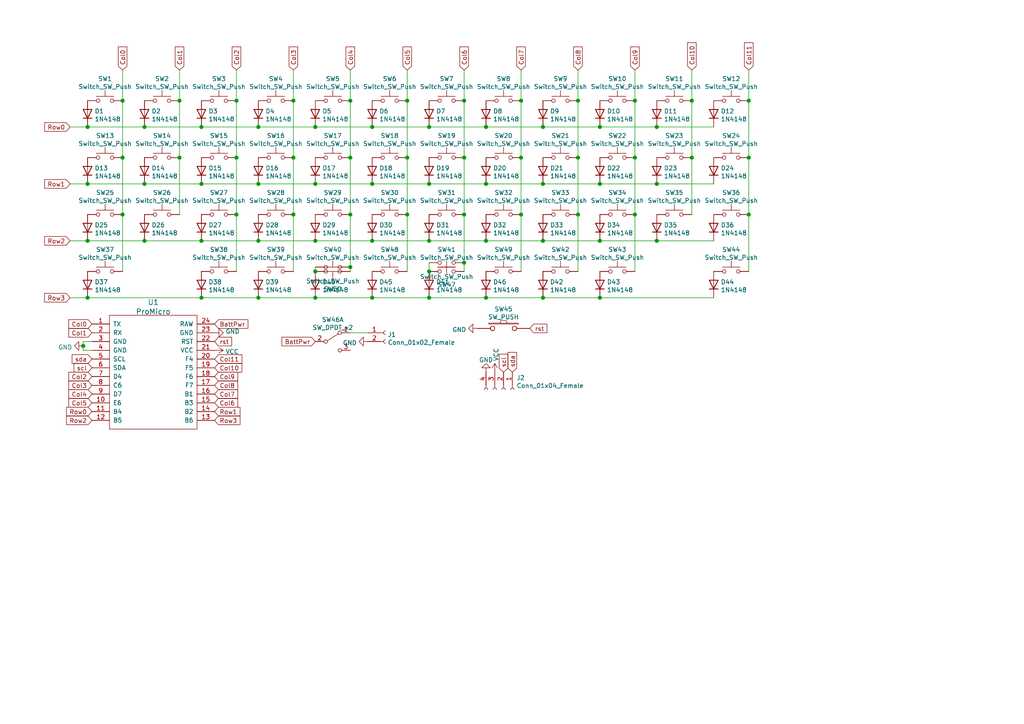
<source format=kicad_sch>
(kicad_sch (version 20231120) (generator "eeschema") (generator_version "8.0")
  (paper "A4")
  (junction (at 167.64 62.23) (diameter 1.016))
  (junction (at 85.09 29.21) (diameter 1.016))
  (junction (at 25.4 53.34) (diameter 1.016))
  (junction (at 134.62 45.72) (diameter 1.016))
  (junction (at 25.4 69.85) (diameter 1.016))
  (junction (at 85.09 62.23) (diameter 1.016))
  (junction (at 167.64 29.21) (diameter 1.016))
  (junction (at 217.17 45.72) (diameter 1.016))
  (junction (at 74.93 86.36) (diameter 1.016))
  (junction (at 124.46 86.36) (diameter 1.016))
  (junction (at 58.42 86.36) (diameter 1.016))
  (junction (at 74.93 36.83) (diameter 1.016))
  (junction (at 151.13 45.72) (diameter 1.016))
  (junction (at 124.46 36.83) (diameter 1.016))
  (junction (at 190.5 36.83) (diameter 1.016))
  (junction (at 173.99 53.34) (diameter 1.016))
  (junction (at 140.97 53.34) (diameter 1.016))
  (junction (at 173.99 86.36) (diameter 1.016))
  (junction (at 200.66 45.72) (diameter 1.016))
  (junction (at 134.62 62.23) (diameter 1.016))
  (junction (at 35.56 62.23) (diameter 1.016))
  (junction (at 85.09 45.72) (diameter 1.016))
  (junction (at 52.07 45.72) (diameter 1.016))
  (junction (at 200.66 29.21) (diameter 1.016))
  (junction (at 91.44 36.83) (diameter 1.016))
  (junction (at 151.13 29.21) (diameter 1.016))
  (junction (at 157.48 36.83) (diameter 1.016))
  (junction (at 41.91 53.34) (diameter 1.016))
  (junction (at 58.42 36.83) (diameter 1.016))
  (junction (at 124.46 69.85) (diameter 1.016))
  (junction (at 101.6 77.47) (diameter 1.016))
  (junction (at 91.44 53.34) (diameter 1.016))
  (junction (at 124.46 78.74) (diameter 1.016))
  (junction (at 91.44 86.36) (diameter 1.016))
  (junction (at 41.91 69.85) (diameter 1.016))
  (junction (at 91.44 78.74) (diameter 1.016))
  (junction (at 25.4 86.36) (diameter 1.016))
  (junction (at 217.17 62.23) (diameter 1.016))
  (junction (at 140.97 69.85) (diameter 1.016))
  (junction (at 157.48 86.36) (diameter 1.016))
  (junction (at 68.58 29.21) (diameter 1.016))
  (junction (at 140.97 36.83) (diameter 1.016))
  (junction (at 107.95 53.34) (diameter 1.016))
  (junction (at 173.99 36.83) (diameter 1.016))
  (junction (at 58.42 53.34) (diameter 1.016))
  (junction (at 101.6 62.23) (diameter 1.016))
  (junction (at 74.93 53.34) (diameter 1.016))
  (junction (at 68.58 62.23) (diameter 1.016))
  (junction (at 184.15 62.23) (diameter 1.016))
  (junction (at 217.17 29.21) (diameter 1.016))
  (junction (at 107.95 86.36) (diameter 1.016))
  (junction (at 134.62 76.2) (diameter 1.016))
  (junction (at 68.58 45.72) (diameter 1.016))
  (junction (at 107.95 69.85) (diameter 1.016))
  (junction (at 140.97 86.36) (diameter 1.016))
  (junction (at 184.15 29.21) (diameter 1.016))
  (junction (at 118.11 29.21) (diameter 1.016))
  (junction (at 118.11 62.23) (diameter 1.016))
  (junction (at 157.48 53.34) (diameter 1.016))
  (junction (at 107.95 36.83) (diameter 1.016))
  (junction (at 190.5 69.85) (diameter 1.016))
  (junction (at 101.6 45.72) (diameter 1.016))
  (junction (at 173.99 69.85) (diameter 1.016))
  (junction (at 134.62 29.21) (diameter 1.016))
  (junction (at 24.13 100.33) (diameter 1.016))
  (junction (at 35.56 29.21) (diameter 1.016))
  (junction (at 101.6 29.21) (diameter 1.016))
  (junction (at 74.93 69.85) (diameter 1.016))
  (junction (at 52.07 29.21) (diameter 1.016))
  (junction (at 167.64 45.72) (diameter 1.016))
  (junction (at 151.13 62.23) (diameter 1.016))
  (junction (at 184.15 45.72) (diameter 1.016))
  (junction (at 190.5 53.34) (diameter 1.016))
  (junction (at 58.42 69.85) (diameter 1.016))
  (junction (at 124.46 53.34) (diameter 1.016))
  (junction (at 118.11 45.72) (diameter 1.016))
  (junction (at 41.91 36.83) (diameter 1.016))
  (junction (at 91.44 69.85) (diameter 1.016))
  (junction (at 25.4 36.83) (diameter 1.016))
  (junction (at 157.48 69.85) (diameter 1.016))
  (junction (at 35.56 45.72) (diameter 1.016))
  (wire (pts (xy 91.44 77.47) (xy 91.44 78.74)))
  (wire (pts (xy 20.32 86.36) (xy 25.4 86.36)))
  (wire (pts (xy 25.4 86.36) (xy 58.42 86.36)))
  (wire (pts (xy 58.42 86.36) (xy 74.93 86.36)))
  (wire (pts (xy 74.93 86.36) (xy 91.44 86.36)))
  (wire (pts (xy 91.44 86.36) (xy 107.95 86.36)))
  (wire (pts (xy 107.95 86.36) (xy 124.46 86.36)))
  (wire (pts (xy 124.46 86.36) (xy 140.97 86.36)))
  (wire (pts (xy 140.97 86.36) (xy 157.48 86.36)))
  (wire (pts (xy 157.48 86.36) (xy 173.99 86.36)))
  (wire (pts (xy 173.99 86.36) (xy 207.01 86.36)))
  (wire (pts (xy 134.62 20.32) (xy 134.62 29.21)))
  (wire (pts (xy 134.62 29.21) (xy 134.62 45.72)))
  (wire (pts (xy 134.62 45.72) (xy 134.62 62.23)))
  (wire (pts (xy 134.62 62.23) (xy 134.62 76.2)))
  (wire (pts (xy 134.62 76.2) (xy 134.62 78.74)))
  (wire (pts (xy 151.13 62.23) (xy 151.13 78.74)))
  (wire (pts (xy 85.09 20.32) (xy 85.09 29.21)))
  (wire (pts (xy 85.09 29.21) (xy 85.09 45.72)))
  (wire (pts (xy 85.09 45.72) (xy 85.09 62.23)))
  (wire (pts (xy 85.09 62.23) (xy 85.09 78.74)))
  (wire (pts (xy 101.6 96.52) (xy 106.68 96.52)))
  (wire (pts (xy 101.6 20.32) (xy 101.6 29.21)))
  (wire (pts (xy 101.6 29.21) (xy 101.6 45.72)))
  (wire (pts (xy 101.6 45.72) (xy 101.6 62.23)))
  (wire (pts (xy 101.6 62.23) (xy 101.6 77.47)))
  (wire (pts (xy 101.6 77.47) (xy 101.6 78.74)))
  (wire (pts (xy 124.46 76.2) (xy 124.46 78.74)))
  (wire (pts (xy 151.13 20.32) (xy 151.13 29.21)))
  (wire (pts (xy 151.13 29.21) (xy 151.13 45.72)))
  (wire (pts (xy 151.13 45.72) (xy 151.13 62.23)))
  (wire (pts (xy 52.07 20.32) (xy 52.07 29.21)))
  (wire (pts (xy 52.07 29.21) (xy 52.07 45.72)))
  (wire (pts (xy 52.07 45.72) (xy 52.07 62.23)))
  (wire (pts (xy 20.32 36.83) (xy 25.4 36.83)))
  (wire (pts (xy 25.4 36.83) (xy 41.91 36.83)))
  (wire (pts (xy 41.91 36.83) (xy 58.42 36.83)))
  (wire (pts (xy 58.42 36.83) (xy 74.93 36.83)))
  (wire (pts (xy 74.93 36.83) (xy 91.44 36.83)))
  (wire (pts (xy 91.44 36.83) (xy 107.95 36.83)))
  (wire (pts (xy 107.95 36.83) (xy 124.46 36.83)))
  (wire (pts (xy 124.46 36.83) (xy 140.97 36.83)))
  (wire (pts (xy 140.97 36.83) (xy 157.48 36.83)))
  (wire (pts (xy 157.48 36.83) (xy 173.99 36.83)))
  (wire (pts (xy 173.99 36.83) (xy 190.5 36.83)))
  (wire (pts (xy 190.5 36.83) (xy 207.01 36.83)))
  (wire (pts (xy 167.64 20.32) (xy 167.64 29.21)))
  (wire (pts (xy 167.64 29.21) (xy 167.64 45.72)))
  (wire (pts (xy 167.64 45.72) (xy 167.64 62.23)))
  (wire (pts (xy 167.64 62.23) (xy 167.64 78.74)))
  (wire (pts (xy 200.66 20.32) (xy 200.66 29.21)))
  (wire (pts (xy 200.66 29.21) (xy 200.66 45.72)))
  (wire (pts (xy 200.66 45.72) (xy 200.66 62.23)))
  (wire (pts (xy 118.11 62.23) (xy 118.11 78.74)))
  (wire (pts (xy 20.32 69.85) (xy 25.4 69.85)))
  (wire (pts (xy 25.4 69.85) (xy 41.91 69.85)))
  (wire (pts (xy 41.91 69.85) (xy 58.42 69.85)))
  (wire (pts (xy 58.42 69.85) (xy 74.93 69.85)))
  (wire (pts (xy 74.93 69.85) (xy 91.44 69.85)))
  (wire (pts (xy 91.44 69.85) (xy 107.95 69.85)))
  (wire (pts (xy 107.95 69.85) (xy 124.46 69.85)))
  (wire (pts (xy 124.46 69.85) (xy 140.97 69.85)))
  (wire (pts (xy 140.97 69.85) (xy 157.48 69.85)))
  (wire (pts (xy 157.48 69.85) (xy 173.99 69.85)))
  (wire (pts (xy 173.99 69.85) (xy 190.5 69.85)))
  (wire (pts (xy 190.5 69.85) (xy 207.01 69.85)))
  (wire (pts (xy 68.58 20.32) (xy 68.58 29.21)))
  (wire (pts (xy 68.58 29.21) (xy 68.58 45.72)))
  (wire (pts (xy 68.58 45.72) (xy 68.58 62.23)))
  (wire (pts (xy 68.58 62.23) (xy 68.58 78.74)))
  (wire (pts (xy 118.11 20.32) (xy 118.11 29.21)))
  (wire (pts (xy 118.11 29.21) (xy 118.11 45.72)))
  (wire (pts (xy 118.11 45.72) (xy 118.11 62.23)))
  (wire (pts (xy 184.15 20.32) (xy 184.15 29.21)))
  (wire (pts (xy 184.15 29.21) (xy 184.15 45.72)))
  (wire (pts (xy 184.15 45.72) (xy 184.15 62.23)))
  (wire (pts (xy 184.15 62.23) (xy 184.15 78.74)))
  (wire (pts (xy 35.56 20.32) (xy 35.56 29.21)))
  (wire (pts (xy 35.56 29.21) (xy 35.56 45.72)))
  (wire (pts (xy 35.56 45.72) (xy 35.56 62.23)))
  (wire (pts (xy 35.56 62.23) (xy 35.56 78.74)))
  (wire (pts (xy 217.17 20.32) (xy 217.17 29.21)))
  (wire (pts (xy 217.17 29.21) (xy 217.17 45.72)))
  (wire (pts (xy 217.17 45.72) (xy 217.17 62.23)))
  (wire (pts (xy 217.17 62.23) (xy 217.17 78.74)))
  (wire (pts (xy 20.32 53.34) (xy 25.4 53.34)))
  (wire (pts (xy 25.4 53.34) (xy 41.91 53.34)))
  (wire (pts (xy 41.91 53.34) (xy 58.42 53.34)))
  (wire (pts (xy 58.42 53.34) (xy 74.93 53.34)))
  (wire (pts (xy 74.93 53.34) (xy 91.44 53.34)))
  (wire (pts (xy 91.44 53.34) (xy 107.95 53.34)))
  (wire (pts (xy 107.95 53.34) (xy 124.46 53.34)))
  (wire (pts (xy 124.46 53.34) (xy 140.97 53.34)))
  (wire (pts (xy 140.97 53.34) (xy 157.48 53.34)))
  (wire (pts (xy 157.48 53.34) (xy 173.99 53.34)))
  (wire (pts (xy 173.99 53.34) (xy 190.5 53.34)))
  (wire (pts (xy 190.5 53.34) (xy 207.01 53.34)))
  (wire (pts (xy 24.13 99.06) (xy 24.13 100.33)))
  (wire (pts (xy 24.13 100.33) (xy 24.13 101.6)))
  (wire (pts (xy 24.13 101.6) (xy 26.67 101.6)))
  (wire (pts (xy 26.67 99.06) (xy 24.13 99.06)))
  (global_label "Col7" (shape input) (at 62.23 114.3 0) (property "Intersheetrefs" "${INTERSHEET_REFS}" (effects (hide yes))))
  (global_label "Row3" (shape input) (at 20.32 86.36 180) (property "Intersheetrefs" "${INTERSHEET_REFS}" (effects (hide yes))))
  (global_label "Col8" (shape input) (at 167.64 20.32 90) (property "Intersheetrefs" "${INTERSHEET_REFS}" (effects (hide yes))))
  (global_label "Col9" (shape input) (at 62.23 109.22 0) (property "Intersheetrefs" "${INTERSHEET_REFS}" (effects (hide yes))))
  (global_label "Col11" (shape input) (at 62.23 104.14 0) (property "Intersheetrefs" "${INTERSHEET_REFS}" (effects (hide yes))))
  (global_label "Col4" (shape input) (at 26.67 114.3 180) (property "Intersheetrefs" "${INTERSHEET_REFS}" (effects (hide yes))))
  (global_label "Col1" (shape input) (at 26.67 96.52 180) (property "Intersheetrefs" "${INTERSHEET_REFS}" (effects (hide yes))))
  (global_label "Row2" (shape input) (at 20.32 69.85 180) (property "Intersheetrefs" "${INTERSHEET_REFS}" (effects (hide yes))))
  (global_label "Col2" (shape input) (at 26.67 109.22 180) (property "Intersheetrefs" "${INTERSHEET_REFS}" (effects (hide yes))))
  (global_label "Col0" (shape input) (at 26.67 93.98 180) (property "Intersheetrefs" "${INTERSHEET_REFS}" (effects (hide yes))))
  (global_label "Row1" (shape input) (at 62.23 119.38 0) (property "Intersheetrefs" "${INTERSHEET_REFS}" (effects (hide yes))))
  (global_label "Col4" (shape input) (at 101.6 20.32 90) (property "Intersheetrefs" "${INTERSHEET_REFS}" (effects (hide yes))))
  (global_label "Col3" (shape input) (at 26.67 111.76 180) (property "Intersheetrefs" "${INTERSHEET_REFS}" (effects (hide yes))))
  (global_label "rst" (shape input) (at 153.67 95.25 0) (property "Intersheetrefs" "${INTERSHEET_REFS}" (effects (hide yes))))
  (global_label "Row0" (shape input) (at 20.32 36.83 180) (property "Intersheetrefs" "${INTERSHEET_REFS}" (effects (hide yes))))
  (global_label "sda" (shape input) (at 26.67 104.14 180) (property "Intersheetrefs" "${INTERSHEET_REFS}" (effects (hide yes))))
  (global_label "Col0" (shape input) (at 35.56 20.32 90) (property "Intersheetrefs" "${INTERSHEET_REFS}" (effects (hide yes))))
  (global_label "Col5" (shape input) (at 118.11 20.32 90) (property "Intersheetrefs" "${INTERSHEET_REFS}" (effects (hide yes))))
  (global_label "Col5" (shape input) (at 26.67 116.84 180) (property "Intersheetrefs" "${INTERSHEET_REFS}" (effects (hide yes))))
  (global_label "Col11" (shape input) (at 217.17 20.32 90) (property "Intersheetrefs" "${INTERSHEET_REFS}" (effects (hide yes))))
  (global_label "Col10" (shape input) (at 200.66 20.32 90) (property "Intersheetrefs" "${INTERSHEET_REFS}" (effects (hide yes))))
  (global_label "sda" (shape input) (at 148.59 107.95 90) (property "Intersheetrefs" "${INTERSHEET_REFS}" (effects (hide yes))))
  (global_label "Row0" (shape input) (at 26.67 119.38 180) (property "Intersheetrefs" "${INTERSHEET_REFS}" (effects (hide yes))))
  (global_label "scl" (shape input) (at 26.67 106.68 180) (property "Intersheetrefs" "${INTERSHEET_REFS}" (effects (hide yes))))
  (global_label "Row1" (shape input) (at 20.32 53.34 180) (property "Intersheetrefs" "${INTERSHEET_REFS}" (effects (hide yes))))
  (global_label "Col8" (shape input) (at 62.23 111.76 0) (property "Intersheetrefs" "${INTERSHEET_REFS}" (effects (hide yes))))
  (global_label "BattPwr" (shape input) (at 91.44 99.06 180) (property "Intersheetrefs" "${INTERSHEET_REFS}" (effects (hide yes))))
  (global_label "Col10" (shape input) (at 62.23 106.68 0) (property "Intersheetrefs" "${INTERSHEET_REFS}" (effects (hide yes))))
  (global_label "Row2" (shape input) (at 26.67 121.92 180) (property "Intersheetrefs" "${INTERSHEET_REFS}" (effects (hide yes))))
  (global_label "Col6" (shape input) (at 62.23 116.84 0) (property "Intersheetrefs" "${INTERSHEET_REFS}" (effects (hide yes))))
  (global_label "Col7" (shape input) (at 151.13 20.32 90) (property "Intersheetrefs" "${INTERSHEET_REFS}" (effects (hide yes))))
  (global_label "scl" (shape input) (at 146.05 107.95 90) (property "Intersheetrefs" "${INTERSHEET_REFS}" (effects (hide yes))))
  (global_label "rst" (shape input) (at 62.23 99.06 0) (property "Intersheetrefs" "${INTERSHEET_REFS}" (effects (hide yes))))
  (global_label "BattPwr" (shape input) (at 62.23 93.98 0) (property "Intersheetrefs" "${INTERSHEET_REFS}" (effects (hide yes))))
  (global_label "Col3" (shape input) (at 85.09 20.32 90) (property "Intersheetrefs" "${INTERSHEET_REFS}" (effects (hide yes))))
  (global_label "Row3" (shape input) (at 62.23 121.92 0) (property "Intersheetrefs" "${INTERSHEET_REFS}" (effects (hide yes))))
  (global_label "Col6" (shape input) (at 134.62 20.32 90) (property "Intersheetrefs" "${INTERSHEET_REFS}" (effects (hide yes))))
  (global_label "Col1" (shape input) (at 52.07 20.32 90) (property "Intersheetrefs" "${INTERSHEET_REFS}" (effects (hide yes))))
  (global_label "Col9" (shape input) (at 184.15 20.32 90) (property "Intersheetrefs" "${INTERSHEET_REFS}" (effects (hide yes))))
  (global_label "Col2" (shape input) (at 68.58 20.32 90) (property "Intersheetrefs" "${INTERSHEET_REFS}" (effects (hide yes))))
  (symbol (lib_id "Diode:1N4148") (at 207.01 82.55 90) (unit 1)
    (property "Reference" "D44" (at 209.0421 81.7891 90) (effects (justify right)))
    (property "Value" "1N4148" (at 209.0421 84.0878 90) (effects (justify right)))
    (property "Footprint" "MakerJake_Kicad_Lib:D_DO-35_SOD27 with out the damn K or maybe the number thing" (effects (hide yes)))
    (property "Datasheet" "https://assets.nexperia.com/documents/data-sheet/1N4148_1N4448.pdf" (effects (hide yes)))
  )
  (symbol (lib_id "Diode:1N4148") (at 41.91 49.53 90) (unit 1)
    (property "Reference" "D14" (at 43.9421 48.7691 90) (effects (justify right)))
    (property "Value" "1N4148" (at 43.9421 51.0678 90) (effects (justify right)))
    (property "Footprint" "MakerJake_Kicad_Lib:D_DO-35_SOD27 with out the damn K or maybe the number thing" (effects (hide yes)))
    (property "Datasheet" "https://assets.nexperia.com/documents/data-sheet/1N4148_1N4448.pdf" (effects (hide yes)))
  )
  (symbol (lib_id "Diode:1N4148") (at 58.42 66.04 90) (unit 1)
    (property "Reference" "D27" (at 60.4521 65.2791 90) (effects (justify right)))
    (property "Value" "1N4148" (at 60.4521 67.5778 90) (effects (justify right)))
    (property "Footprint" "MakerJake_Kicad_Lib:D_DO-35_SOD27 with out the damn K or maybe the number thing" (effects (hide yes)))
    (property "Datasheet" "https://assets.nexperia.com/documents/data-sheet/1N4148_1N4448.pdf" (effects (hide yes)))
  )
  (symbol (lib_id "keypadplz-cache:Switch_SW_Push") (at 96.52 29.21 0) (unit 1)
    (property "Reference" "SW5" (at 96.52 22.8558 0))
    (property "Value" "Switch_SW_Push" (at 96.52 25.1545 0))
    (property "Footprint" "MakerJake_Kicad_Lib:Kailh_socket_PG1350_no_corner_box_user drawing" (effects (hide yes)))
  )
  (symbol (lib_id "Diode:1N4148") (at 207.01 33.02 90) (unit 1)
    (property "Reference" "D12" (at 209.0421 32.2591 90) (effects (justify right)))
    (property "Value" "1N4148" (at 209.0421 34.5578 90) (effects (justify right)))
    (property "Footprint" "MakerJake_Kicad_Lib:D_DO-35_SOD27 with out the damn K or maybe the number thing" (effects (hide yes)))
    (property "Datasheet" "https://assets.nexperia.com/documents/data-sheet/1N4148_1N4448.pdf" (effects (hide yes)))
  )
  (symbol (lib_id "keypadplz-cache:Switch_SW_Push") (at 80.01 62.23 0) (unit 1)
    (property "Reference" "SW28" (at 80.01 55.8758 0))
    (property "Value" "Switch_SW_Push" (at 80.01 58.1745 0))
    (property "Footprint" "MakerJake_Kicad_Lib:Kailh_socket_PG1350_no_corner_box_user drawing" (effects (hide yes)))
  )
  (symbol (lib_id "Diode:1N4148") (at 58.42 33.02 90) (unit 1)
    (property "Reference" "D3" (at 60.4521 32.2591 90) (effects (justify right)))
    (property "Value" "1N4148" (at 60.4521 34.5578 90) (effects (justify right)))
    (property "Footprint" "MakerJake_Kicad_Lib:D_DO-35_SOD27 with out the damn K or maybe the number thing" (effects (hide yes)))
    (property "Datasheet" "https://assets.nexperia.com/documents/data-sheet/1N4148_1N4448.pdf" (effects (hide yes)))
  )
  (symbol (lib_id "Connector:Conn_01x02_Female") (at 111.76 96.52 0) (unit 1)
    (property "Reference" "J1" (at 112.4713 97.0291 0) (effects (justify left)))
    (property "Value" "Conn_01x02_Female" (at 112.4713 99.3278 0) (effects (justify left)))
    (property "Footprint" "MakerJake_Kicad_Lib:JST_PH_S2B-PH-SM4-TB_1x02-1MP_P2.00mm_Horizontal_BothSides" (effects (hide yes)))
  )
  (symbol (lib_id "Diode:1N4148") (at 91.44 66.04 90) (unit 1)
    (property "Reference" "D29" (at 93.4721 65.2791 90) (effects (justify right)))
    (property "Value" "1N4148" (at 93.4721 67.5778 90) (effects (justify right)))
    (property "Footprint" "MakerJake_Kicad_Lib:D_DO-35_SOD27 with out the damn K or maybe the number thing" (effects (hide yes)))
    (property "Datasheet" "https://assets.nexperia.com/documents/data-sheet/1N4148_1N4448.pdf" (effects (hide yes)))
  )
  (symbol (lib_id "Diode:1N4148") (at 74.93 33.02 90) (unit 1)
    (property "Reference" "D4" (at 76.9621 32.2591 90) (effects (justify right)))
    (property "Value" "1N4148" (at 76.9621 34.5578 90) (effects (justify right)))
    (property "Footprint" "MakerJake_Kicad_Lib:D_DO-35_SOD27 with out the damn K or maybe the number thing" (effects (hide yes)))
    (property "Datasheet" "https://assets.nexperia.com/documents/data-sheet/1N4148_1N4448.pdf" (effects (hide yes)))
  )
  (symbol (lib_id "Diode:1N4148") (at 157.48 33.02 90) (unit 1)
    (property "Reference" "D9" (at 159.5121 32.2591 90) (effects (justify right)))
    (property "Value" "1N4148" (at 159.5121 34.5578 90) (effects (justify right)))
    (property "Footprint" "MakerJake_Kicad_Lib:D_DO-35_SOD27 with out the damn K or maybe the number thing" (effects (hide yes)))
    (property "Datasheet" "https://assets.nexperia.com/documents/data-sheet/1N4148_1N4448.pdf" (effects (hide yes)))
  )
  (symbol (lib_id "keypadplz-cache:Switch_SW_Push") (at 129.54 45.72 0) (unit 1)
    (property "Reference" "SW19" (at 129.54 39.3658 0))
    (property "Value" "Switch_SW_Push" (at 129.54 41.6645 0))
    (property "Footprint" "MakerJake_Kicad_Lib:Kailh_socket_PG1350_no_corner_box_user drawing" (effects (hide yes)))
  )
  (symbol (lib_id "Connector:Conn_01x04_Female") (at 146.05 113.03 270) (unit 1)
    (property "Reference" "J2" (at 149.8093 109.5767 90) (effects (justify left)))
    (property "Value" "Conn_01x04_Female" (at 149.8093 111.8754 90) (effects (justify left)))
    (property "Footprint" "Connector_PinHeader_2.54mm:PinHeader_1x04_P2.54mm_Vertical" (effects (hide yes)))
  )
  (symbol (lib_id "keypadplz-cache:Switch_SW_Push") (at 113.03 78.74 0) (unit 1)
    (property "Reference" "SW48" (at 113.03 72.3858 0))
    (property "Value" "Switch_SW_Push" (at 113.03 74.6845 0))
    (property "Footprint" "MakerJake_Kicad_Lib:Kailh_socket_PG1350_no_corner_box_user drawing" (effects (hide yes)))
  )
  (symbol (lib_id "Diode:1N4148") (at 107.95 49.53 90) (unit 1)
    (property "Reference" "D18" (at 109.9821 48.7691 90) (effects (justify right)))
    (property "Value" "1N4148" (at 109.9821 51.0678 90) (effects (justify right)))
    (property "Footprint" "MakerJake_Kicad_Lib:D_DO-35_SOD27 with out the damn K or maybe the number thing" (effects (hide yes)))
    (property "Datasheet" "https://assets.nexperia.com/documents/data-sheet/1N4148_1N4448.pdf" (effects (hide yes)))
  )
  (symbol (lib_id "keypadplz-cache:Switch_SW_Push") (at 80.01 78.74 0) (unit 1)
    (property "Reference" "SW39" (at 80.01 72.3858 0))
    (property "Value" "Switch_SW_Push" (at 80.01 74.6845 0))
    (property "Footprint" "MakerJake_Kicad_Lib:Kailh_socket_PG1350_no_corner_box_user drawing" (effects (hide yes)))
  )
  (symbol (lib_id "keypadplz-cache:Switch_SW_Push") (at 96.52 77.47 180) (unit 1)
    (property "Reference" "SW50" (at 96.52 83.8242 0))
    (property "Value" "Switch_SW_Push" (at 96.52 81.5255 0))
    (property "Footprint" "MakerJake_Kicad_Lib:Kailh_socket_PG1350_no_corner_box_user drawing" (effects (hide yes)))
  )
  (symbol (lib_id "Diode:1N4148") (at 107.95 82.55 90) (unit 1)
    (property "Reference" "D45" (at 109.9821 81.7891 90) (effects (justify right)))
    (property "Value" "1N4148" (at 109.9821 84.0878 90) (effects (justify right)))
    (property "Footprint" "MakerJake_Kicad_Lib:D_DO-35_SOD27 with out the damn K or maybe the number thing" (effects (hide yes)))
    (property "Datasheet" "https://assets.nexperia.com/documents/data-sheet/1N4148_1N4448.pdf" (effects (hide yes)))
  )
  (symbol (lib_id "power:GND") (at 24.13 100.33 270) (unit 1)
    (property "Reference" "#PWR0103" (effects (hide yes)))
    (property "Value" "GND" (at 20.955 100.7185 90) (effects (justify right)))
  )
  (symbol (lib_id "keypadplz-cache:Switch_SW_Push") (at 179.07 29.21 0) (unit 1)
    (property "Reference" "SW10" (at 179.07 22.8558 0))
    (property "Value" "Switch_SW_Push" (at 179.07 25.1545 0))
    (property "Footprint" "MakerJake_Kicad_Lib:Kailh_socket_PG1350_no_corner_box_user drawing" (effects (hide yes)))
  )
  (symbol (lib_id "keypadplz-cache:Switch_SW_Push") (at 80.01 45.72 0) (unit 1)
    (property "Reference" "SW16" (at 80.01 39.3658 0))
    (property "Value" "Switch_SW_Push" (at 80.01 41.6645 0))
    (property "Footprint" "MakerJake_Kicad_Lib:Kailh_socket_PG1350_no_corner_box_user drawing" (effects (hide yes)))
  )
  (symbol (lib_id "Diode:1N4148") (at 173.99 49.53 90) (unit 1)
    (property "Reference" "D22" (at 176.0221 48.7691 90) (effects (justify right)))
    (property "Value" "1N4148" (at 176.0221 51.0678 90) (effects (justify right)))
    (property "Footprint" "MakerJake_Kicad_Lib:D_DO-35_SOD27 with out the damn K or maybe the number thing" (effects (hide yes)))
    (property "Datasheet" "https://assets.nexperia.com/documents/data-sheet/1N4148_1N4448.pdf" (effects (hide yes)))
  )
  (symbol (lib_id "keypadplz-cache:Switch_SW_Push") (at 162.56 78.74 0) (unit 1)
    (property "Reference" "SW42" (at 162.56 72.3858 0))
    (property "Value" "Switch_SW_Push" (at 162.56 74.6845 0))
    (property "Footprint" "MakerJake_Kicad_Lib:Kailh_socket_PG1350_no_corner_box_user drawing" (effects (hide yes)))
  )
  (symbol (lib_id "keypadplz-cache:Switch_SW_Push") (at 212.09 29.21 0) (unit 1)
    (property "Reference" "SW12" (at 212.09 22.8558 0))
    (property "Value" "Switch_SW_Push" (at 212.09 25.1545 0))
    (property "Footprint" "MakerJake_Kicad_Lib:Kailh_socket_PG1350_no_corner_box_user drawing" (effects (hide yes)))
  )
  (symbol (lib_id "Diode:1N4148") (at 140.97 82.55 90) (unit 1)
    (property "Reference" "D46" (at 143.0021 81.7891 90) (effects (justify right)))
    (property "Value" "1N4148" (at 143.0021 84.0878 90) (effects (justify right)))
    (property "Footprint" "MakerJake_Kicad_Lib:D_DO-35_SOD27 with out the damn K or maybe the number thing" (effects (hide yes)))
    (property "Datasheet" "https://assets.nexperia.com/documents/data-sheet/1N4148_1N4448.pdf" (effects (hide yes)))
  )
  (symbol (lib_id "Diode:1N4148") (at 58.42 82.55 90) (unit 1)
    (property "Reference" "D38" (at 60.4521 81.7891 90) (effects (justify right)))
    (property "Value" "1N4148" (at 60.4521 84.0878 90) (effects (justify right)))
    (property "Footprint" "MakerJake_Kicad_Lib:D_DO-35_SOD27 with out the damn K or maybe the number thing" (effects (hide yes)))
    (property "Datasheet" "https://assets.nexperia.com/documents/data-sheet/1N4148_1N4448.pdf" (effects (hide yes)))
  )
  (symbol (lib_id "power:VCC") (at 143.51 107.95 0) (unit 1)
    (property "Reference" "#PWR0106" (effects (hide yes)))
    (property "Value" "VCC" (at 143.8985 104.7749 90) (effects (justify left)))
  )
  (symbol (lib_id "keypadplz-cache:Switch_SW_Push") (at 179.07 78.74 0) (unit 1)
    (property "Reference" "SW43" (at 179.07 72.3858 0))
    (property "Value" "Switch_SW_Push" (at 179.07 74.6845 0))
    (property "Footprint" "MakerJake_Kicad_Lib:Kailh_socket_PG1350_no_corner_box_user drawing" (effects (hide yes)))
  )
  (symbol (lib_id "keypadplz-cache:Switch_SW_Push") (at 195.58 29.21 0) (unit 1)
    (property "Reference" "SW11" (at 195.58 22.8558 0))
    (property "Value" "Switch_SW_Push" (at 195.58 25.1545 0))
    (property "Footprint" "MakerJake_Kicad_Lib:Kailh_socket_PG1350_no_corner_box_user drawing" (effects (hide yes)))
  )
  (symbol (lib_id "Diode:1N4148") (at 91.44 33.02 90) (unit 1)
    (property "Reference" "D5" (at 93.4721 32.2591 90) (effects (justify right)))
    (property "Value" "1N4148" (at 93.4721 34.5578 90) (effects (justify right)))
    (property "Footprint" "MakerJake_Kicad_Lib:D_DO-35_SOD27 with out the damn K or maybe the number thing" (effects (hide yes)))
    (property "Datasheet" "https://assets.nexperia.com/documents/data-sheet/1N4148_1N4448.pdf" (effects (hide yes)))
  )
  (symbol (lib_id "Diode:1N4148") (at 91.44 82.55 90) (unit 1)
    (property "Reference" "D40" (at 93.4721 81.7891 90) (effects (justify right)))
    (property "Value" "1N4148" (at 93.4721 84.0878 90) (effects (justify right)))
    (property "Footprint" "MakerJake_Kicad_Lib:D_DO-35_SOD27 with out the damn K or maybe the number thing" (effects (hide yes)))
    (property "Datasheet" "https://assets.nexperia.com/documents/data-sheet/1N4148_1N4448.pdf" (effects (hide yes)))
  )
  (symbol (lib_id "power:GND") (at 138.43 95.25 270) (unit 1)
    (property "Reference" "#PWR0102" (effects (hide yes)))
    (property "Value" "GND" (at 135.255 95.6385 90) (effects (justify right)))
  )
  (symbol (lib_id "keypadplz-cache:Switch_SW_Push") (at 146.05 78.74 0) (unit 1)
    (property "Reference" "SW49" (at 146.05 72.3858 0))
    (property "Value" "Switch_SW_Push" (at 146.05 74.6845 0))
    (property "Footprint" "MakerJake_Kicad_Lib:Kailh_socket_PG1350_no_corner_box_user drawing" (effects (hide yes)))
  )
  (symbol (lib_id "Diode:1N4148") (at 190.5 33.02 90) (unit 1)
    (property "Reference" "D11" (at 192.5321 32.2591 90) (effects (justify right)))
    (property "Value" "1N4148" (at 192.5321 34.5578 90) (effects (justify right)))
    (property "Footprint" "MakerJake_Kicad_Lib:D_DO-35_SOD27 with out the damn K or maybe the number thing" (effects (hide yes)))
    (property "Datasheet" "https://assets.nexperia.com/documents/data-sheet/1N4148_1N4448.pdf" (effects (hide yes)))
  )
  (symbol (lib_id "keypadplz-cache:Switch_SW_Push") (at 195.58 62.23 0) (unit 1)
    (property "Reference" "SW35" (at 195.58 55.8758 0))
    (property "Value" "Switch_SW_Push" (at 195.58 58.1745 0))
    (property "Footprint" "MakerJake_Kicad_Lib:Kailh_socket_PG1350_no_corner_box_user drawing" (effects (hide yes)))
  )
  (symbol (lib_id "keypadplz-cache:Switch_SW_Push") (at 63.5 62.23 0) (unit 1)
    (property "Reference" "SW27" (at 63.5 55.8758 0))
    (property "Value" "Switch_SW_Push" (at 63.5 58.1745 0))
    (property "Footprint" "MakerJake_Kicad_Lib:Kailh_socket_PG1350_no_corner_box_user drawing" (effects (hide yes)))
  )
  (symbol (lib_id "Diode:1N4148") (at 41.91 66.04 90) (unit 1)
    (property "Reference" "D26" (at 43.9421 65.2791 90) (effects (justify right)))
    (property "Value" "1N4148" (at 43.9421 67.5778 90) (effects (justify right)))
    (property "Footprint" "MakerJake_Kicad_Lib:D_DO-35_SOD27 with out the damn K or maybe the number thing" (effects (hide yes)))
    (property "Datasheet" "https://assets.nexperia.com/documents/data-sheet/1N4148_1N4448.pdf" (effects (hide yes)))
  )
  (symbol (lib_id "Diode:1N4148") (at 124.46 82.55 90) (unit 1)
    (property "Reference" "D41" (at 126.4921 81.7891 90) (effects (justify right)))
    (property "Value" "1N4148" (at 126.4921 84.0878 90) (effects (justify right)))
    (property "Footprint" "MakerJake_Kicad_Lib:D_DO-35_SOD27 with out the damn K or maybe the number thing" (effects (hide yes)))
    (property "Datasheet" "https://assets.nexperia.com/documents/data-sheet/1N4148_1N4448.pdf" (effects (hide yes)))
  )
  (symbol (lib_id "keypadplz-cache:Switch_SW_Push") (at 212.09 62.23 0) (unit 1)
    (property "Reference" "SW36" (at 212.09 55.8758 0))
    (property "Value" "Switch_SW_Push" (at 212.09 58.1745 0))
    (property "Footprint" "MakerJake_Kicad_Lib:Kailh_socket_PG1350_no_corner_box_user drawing" (effects (hide yes)))
  )
  (symbol (lib_id "Diode:1N4148") (at 25.4 66.04 90) (unit 1)
    (property "Reference" "D25" (at 27.4321 65.2791 90) (effects (justify right)))
    (property "Value" "1N4148" (at 27.4321 67.5778 90) (effects (justify right)))
    (property "Footprint" "MakerJake_Kicad_Lib:D_DO-35_SOD27 with out the damn K or maybe the number thing" (effects (hide yes)))
    (property "Datasheet" "https://assets.nexperia.com/documents/data-sheet/1N4148_1N4448.pdf" (effects (hide yes)))
  )
  (symbol (lib_id "Diode:1N4148") (at 157.48 49.53 90) (unit 1)
    (property "Reference" "D21" (at 159.5121 48.7691 90) (effects (justify right)))
    (property "Value" "1N4148" (at 159.5121 51.0678 90) (effects (justify right)))
    (property "Footprint" "MakerJake_Kicad_Lib:D_DO-35_SOD27 with out the damn K or maybe the number thing" (effects (hide yes)))
    (property "Datasheet" "https://assets.nexperia.com/documents/data-sheet/1N4148_1N4448.pdf" (effects (hide yes)))
  )
  (symbol (lib_id "keypadplz-cache:Switch_SW_Push") (at 129.54 29.21 0) (unit 1)
    (property "Reference" "SW7" (at 129.54 22.8558 0))
    (property "Value" "Switch_SW_Push" (at 129.54 25.1545 0))
    (property "Footprint" "MakerJake_Kicad_Lib:Kailh_socket_PG1350_no_corner_box_user drawing" (effects (hide yes)))
  )
  (symbol (lib_id "power:GND") (at 140.97 107.95 180) (unit 1)
    (property "Reference" "#PWR0105" (effects (hide yes)))
    (property "Value" "GND" (at 140.97 104.4026 0))
  )
  (symbol (lib_id "power:VCC") (at 62.23 101.6 270) (unit 1)
    (property "Reference" "#PWR0107" (effects (hide yes)))
    (property "Value" "VCC" (at 65.4051 101.9885 90) (effects (justify left)))
  )
  (symbol (lib_id "Diode:1N4148") (at 173.99 82.55 90) (unit 1)
    (property "Reference" "D43" (at 176.0221 81.7891 90) (effects (justify right)))
    (property "Value" "1N4148" (at 176.0221 84.0878 90) (effects (justify right)))
    (property "Footprint" "MakerJake_Kicad_Lib:D_DO-35_SOD27 with out the damn K or maybe the number thing" (effects (hide yes)))
    (property "Datasheet" "https://assets.nexperia.com/documents/data-sheet/1N4148_1N4448.pdf" (effects (hide yes)))
  )
  (symbol (lib_id "Diode:1N4148") (at 58.42 49.53 90) (unit 1)
    (property "Reference" "D15" (at 60.4521 48.7691 90) (effects (justify right)))
    (property "Value" "1N4148" (at 60.4521 51.0678 90) (effects (justify right)))
    (property "Footprint" "MakerJake_Kicad_Lib:D_DO-35_SOD27 with out the damn K or maybe the number thing" (effects (hide yes)))
    (property "Datasheet" "https://assets.nexperia.com/documents/data-sheet/1N4148_1N4448.pdf" (effects (hide yes)))
  )
  (symbol (lib_id "keypadplz-cache:Switch_SW_Push") (at 113.03 62.23 0) (unit 1)
    (property "Reference" "SW30" (at 113.03 55.8758 0))
    (property "Value" "Switch_SW_Push" (at 113.03 58.1745 0))
    (property "Footprint" "MakerJake_Kicad_Lib:Kailh_socket_PG1350_no_corner_box_user drawing" (effects (hide yes)))
  )
  (symbol (lib_id "Diode:1N4148") (at 25.4 33.02 90) (unit 1)
    (property "Reference" "D1" (at 27.4321 32.2591 90) (effects (justify right)))
    (property "Value" "1N4148" (at 27.4321 34.5578 90) (effects (justify right)))
    (property "Footprint" "MakerJake_Kicad_Lib:D_DO-35_SOD27 with out the damn K or maybe the number thing" (effects (hide yes)))
    (property "Datasheet" "https://assets.nexperia.com/documents/data-sheet/1N4148_1N4448.pdf" (effects (hide yes)))
  )
  (symbol (lib_id "keypadplz-cache:Switch_SW_Push") (at 146.05 62.23 0) (unit 1)
    (property "Reference" "SW32" (at 146.05 55.8758 0))
    (property "Value" "Switch_SW_Push" (at 146.05 58.1745 0))
    (property "Footprint" "MakerJake_Kicad_Lib:Kailh_socket_PG1350_no_corner_box_user drawing" (effects (hide yes)))
  )
  (symbol (lib_id "Diode:1N4148") (at 190.5 49.53 90) (unit 1)
    (property "Reference" "D23" (at 192.5321 48.7691 90) (effects (justify right)))
    (property "Value" "1N4148" (at 192.5321 51.0678 90) (effects (justify right)))
    (property "Footprint" "MakerJake_Kicad_Lib:D_DO-35_SOD27 with out the damn K or maybe the number thing" (effects (hide yes)))
    (property "Datasheet" "https://assets.nexperia.com/documents/data-sheet/1N4148_1N4448.pdf" (effects (hide yes)))
  )
  (symbol (lib_id "Diode:1N4148") (at 74.93 82.55 90) (unit 1)
    (property "Reference" "D39" (at 76.9621 81.7891 90) (effects (justify right)))
    (property "Value" "1N4148" (at 76.9621 84.0878 90) (effects (justify right)))
    (property "Footprint" "MakerJake_Kicad_Lib:D_DO-35_SOD27 with out the damn K or maybe the number thing" (effects (hide yes)))
    (property "Datasheet" "https://assets.nexperia.com/documents/data-sheet/1N4148_1N4448.pdf" (effects (hide yes)))
  )
  (symbol (lib_id "keypadplz-cache:Switch_SW_Push") (at 46.99 45.72 0) (unit 1)
    (property "Reference" "SW14" (at 46.99 39.3658 0))
    (property "Value" "Switch_SW_Push" (at 46.99 41.6645 0))
    (property "Footprint" "MakerJake_Kicad_Lib:Kailh_socket_PG1350_no_corner_box_user drawing" (effects (hide yes)))
  )
  (symbol (lib_id "Diode:1N4148") (at 157.48 66.04 90) (unit 1)
    (property "Reference" "D33" (at 159.5121 65.2791 90) (effects (justify right)))
    (property "Value" "1N4148" (at 159.5121 67.5778 90) (effects (justify right)))
    (property "Footprint" "MakerJake_Kicad_Lib:D_DO-35_SOD27 with out the damn K or maybe the number thing" (effects (hide yes)))
    (property "Datasheet" "https://assets.nexperia.com/documents/data-sheet/1N4148_1N4448.pdf" (effects (hide yes)))
  )
  (symbol (lib_id "keypadplz-cache:Switch_SW_Push") (at 46.99 62.23 0) (unit 1)
    (property "Reference" "SW26" (at 46.99 55.8758 0))
    (property "Value" "Switch_SW_Push" (at 46.99 58.1745 0))
    (property "Footprint" "MakerJake_Kicad_Lib:Kailh_socket_PG1350_no_corner_box_user drawing" (effects (hide yes)))
  )
  (symbol (lib_id "keypadplz-cache:Switch_SW_Push") (at 162.56 45.72 0) (unit 1)
    (property "Reference" "SW21" (at 162.56 39.3658 0))
    (property "Value" "Switch_SW_Push" (at 162.56 41.6645 0))
    (property "Footprint" "MakerJake_Kicad_Lib:Kailh_socket_PG1350_no_corner_box_user drawing" (effects (hide yes)))
  )
  (symbol (lib_id "Diode:1N4148") (at 74.93 66.04 90) (unit 1)
    (property "Reference" "D28" (at 76.9621 65.2791 90) (effects (justify right)))
    (property "Value" "1N4148" (at 76.9621 67.5778 90) (effects (justify right)))
    (property "Footprint" "MakerJake_Kicad_Lib:D_DO-35_SOD27 with out the damn K or maybe the number thing" (effects (hide yes)))
    (property "Datasheet" "https://assets.nexperia.com/documents/data-sheet/1N4148_1N4448.pdf" (effects (hide yes)))
  )
  (symbol (lib_id "keypadplz-cache:Switch_SW_Push") (at 212.09 45.72 0) (unit 1)
    (property "Reference" "SW24" (at 212.09 39.3658 0))
    (property "Value" "Switch_SW_Push" (at 212.09 41.6645 0))
    (property "Footprint" "MakerJake_Kicad_Lib:Kailh_socket_PG1350_no_corner_box_user drawing" (effects (hide yes)))
  )
  (symbol (lib_id "keypadplz-cache:Switch_SW_Push") (at 129.54 78.74 0) (unit 1)
    (property "Reference" "SW41" (at 129.54 72.3858 0))
    (property "Value" "Switch_SW_Push" (at 129.54 74.6845 0))
    (property "Footprint" "MakerJake_Kicad_Lib:Kailh_socket_PG1350_no_corner_box_user drawing" (effects (hide yes)))
  )
  (symbol (lib_id "keypadplz-cache:Switch_SW_Push") (at 179.07 45.72 0) (unit 1)
    (property "Reference" "SW22" (at 179.07 39.3658 0))
    (property "Value" "Switch_SW_Push" (at 179.07 41.6645 0))
    (property "Footprint" "MakerJake_Kicad_Lib:Kailh_socket_PG1350_no_corner_box_user drawing" (effects (hide yes)))
  )
  (symbol (lib_id "Diode:1N4148") (at 140.97 49.53 90) (unit 1)
    (property "Reference" "D20" (at 143.0021 48.7691 90) (effects (justify right)))
    (property "Value" "1N4148" (at 143.0021 51.0678 90) (effects (justify right)))
    (property "Footprint" "MakerJake_Kicad_Lib:D_DO-35_SOD27 with out the damn K or maybe the number thing" (effects (hide yes)))
    (property "Datasheet" "https://assets.nexperia.com/documents/data-sheet/1N4148_1N4448.pdf" (effects (hide yes)))
  )
  (symbol (lib_id "power:GND") (at 106.68 99.06 270) (unit 1)
    (property "Reference" "#PWR0101" (effects (hide yes)))
    (property "Value" "GND" (at 103.505 99.4485 90) (effects (justify right)))
  )
  (symbol (lib_id "keypadplz-cache:Switch_SW_Push") (at 96.52 62.23 0) (unit 1)
    (property "Reference" "SW29" (at 96.52 55.8758 0))
    (property "Value" "Switch_SW_Push" (at 96.52 58.1745 0))
    (property "Footprint" "MakerJake_Kicad_Lib:Kailh_socket_PG1350_no_corner_box_user drawing" (effects (hide yes)))
  )
  (symbol (lib_id "Diode:1N4148") (at 107.95 33.02 90) (unit 1)
    (property "Reference" "D6" (at 109.9821 32.2591 90) (effects (justify right)))
    (property "Value" "1N4148" (at 109.9821 34.5578 90) (effects (justify right)))
    (property "Footprint" "MakerJake_Kicad_Lib:D_DO-35_SOD27 with out the damn K or maybe the number thing" (effects (hide yes)))
    (property "Datasheet" "https://assets.nexperia.com/documents/data-sheet/1N4148_1N4448.pdf" (effects (hide yes)))
  )
  (symbol (lib_id "keypadplz-cache:Switch_SW_Push") (at 129.54 76.2 180) (unit 1)
    (property "Reference" "SW47" (at 129.54 82.5542 0))
    (property "Value" "Switch_SW_Push" (at 129.54 80.2555 0))
    (property "Footprint" "MakerJake_Kicad_Lib:Kailh_socket_PG1350_no_corner_box_user drawing" (effects (hide yes)))
  )
  (symbol (lib_id "keypadplz-cache:Switch_SW_Push") (at 146.05 29.21 0) (unit 1)
    (property "Reference" "SW8" (at 146.05 22.8558 0))
    (property "Value" "Switch_SW_Push" (at 146.05 25.1545 0))
    (property "Footprint" "MakerJake_Kicad_Lib:Kailh_socket_PG1350_no_corner_box_user drawing" (effects (hide yes)))
  )
  (symbol (lib_id "keypadplz-cache:Switch_SW_Push") (at 80.01 29.21 0) (unit 1)
    (property "Reference" "SW4" (at 80.01 22.8558 0))
    (property "Value" "Switch_SW_Push" (at 80.01 25.1545 0))
    (property "Footprint" "MakerJake_Kicad_Lib:Kailh_socket_PG1350_no_corner_box_user drawing" (effects (hide yes)))
  )
  (symbol (lib_id "keypadplz-cache:Switch_SW_Push") (at 162.56 29.21 0) (unit 1)
    (property "Reference" "SW9" (at 162.56 22.8558 0))
    (property "Value" "Switch_SW_Push" (at 162.56 25.1545 0))
    (property "Footprint" "MakerJake_Kicad_Lib:Kailh_socket_PG1350_no_corner_box_user drawing" (effects (hide yes)))
  )
  (symbol (lib_id "keypadplz-cache:Switch_SW_Push") (at 46.99 29.21 0) (unit 1)
    (property "Reference" "SW2" (at 46.99 22.8558 0))
    (property "Value" "Switch_SW_Push" (at 46.99 25.1545 0))
    (property "Footprint" "MakerJake_Kicad_Lib:Kailh_socket_PG1350_no_corner_box_user drawing" (effects (hide yes)))
  )
  (symbol (lib_id "Diode:1N4148") (at 173.99 33.02 90) (unit 1)
    (property "Reference" "D10" (at 176.0221 32.2591 90) (effects (justify right)))
    (property "Value" "1N4148" (at 176.0221 34.5578 90) (effects (justify right)))
    (property "Footprint" "MakerJake_Kicad_Lib:D_DO-35_SOD27 with out the damn K or maybe the number thing" (effects (hide yes)))
    (property "Datasheet" "https://assets.nexperia.com/documents/data-sheet/1N4148_1N4448.pdf" (effects (hide yes)))
  )
  (symbol (lib_id "keypadplz-cache:Switch_SW_Push") (at 96.52 45.72 0) (unit 1)
    (property "Reference" "SW17" (at 96.52 39.3658 0))
    (property "Value" "Switch_SW_Push" (at 96.52 41.6645 0))
    (property "Footprint" "MakerJake_Kicad_Lib:Kailh_socket_PG1350_no_corner_box_user drawing" (effects (hide yes)))
  )
  (symbol (lib_id "Diode:1N4148") (at 157.48 82.55 90) (unit 1)
    (property "Reference" "D42" (at 159.5121 81.7891 90) (effects (justify right)))
    (property "Value" "1N4148" (at 159.5121 84.0878 90) (effects (justify right)))
    (property "Footprint" "MakerJake_Kicad_Lib:D_DO-35_SOD27 with out the damn K or maybe the number thing" (effects (hide yes)))
    (property "Datasheet" "https://assets.nexperia.com/documents/data-sheet/1N4148_1N4448.pdf" (effects (hide yes)))
  )
  (symbol (lib_id "keypadplz-cache:Switch_SW_Push") (at 63.5 45.72 0) (unit 1)
    (property "Reference" "SW15" (at 63.5 39.3658 0))
    (property "Value" "Switch_SW_Push" (at 63.5 41.6645 0))
    (property "Footprint" "MakerJake_Kicad_Lib:Kailh_socket_PG1350_no_corner_box_user drawing" (effects (hide yes)))
  )
  (symbol (lib_id "keypadplz-cache:Switch_SW_Push") (at 162.56 62.23 0) (unit 1)
    (property "Reference" "SW33" (at 162.56 55.8758 0))
    (property "Value" "Switch_SW_Push" (at 162.56 58.1745 0))
    (property "Footprint" "MakerJake_Kicad_Lib:Kailh_socket_PG1350_no_corner_box_user drawing" (effects (hide yes)))
  )
  (symbol (lib_id "keypadplz-cache:Switch_SW_Push") (at 96.52 78.74 0) (unit 1)
    (property "Reference" "SW40" (at 96.52 72.3858 0))
    (property "Value" "Switch_SW_Push" (at 96.52 74.6845 0))
    (property "Footprint" "MakerJake_Kicad_Lib:Kailh_socket_PG1350_no_corner_box_user drawing" (effects (hide yes)))
  )
  (symbol (lib_id "Diode:1N4148") (at 140.97 33.02 90) (unit 1)
    (property "Reference" "D8" (at 143.0021 32.2591 90) (effects (justify right)))
    (property "Value" "1N4148" (at 143.0021 34.5578 90) (effects (justify right)))
    (property "Footprint" "MakerJake_Kicad_Lib:D_DO-35_SOD27 with out the damn K or maybe the number thing" (effects (hide yes)))
    (property "Datasheet" "https://assets.nexperia.com/documents/data-sheet/1N4148_1N4448.pdf" (effects (hide yes)))
  )
  (symbol (lib_id "keypadplz-cache:Switch_SW_Push") (at 63.5 29.21 0) (unit 1)
    (property "Reference" "SW3" (at 63.5 22.8558 0))
    (property "Value" "Switch_SW_Push" (at 63.5 25.1545 0))
    (property "Footprint" "MakerJake_Kicad_Lib:Kailh_socket_PG1350_no_corner_box_user drawing" (effects (hide yes)))
  )
  (symbol (lib_id "keypadplz-cache:Switch_SW_Push") (at 113.03 29.21 0) (unit 1)
    (property "Reference" "SW6" (at 113.03 22.8558 0))
    (property "Value" "Switch_SW_Push" (at 113.03 25.1545 0))
    (property "Footprint" "MakerJake_Kicad_Lib:Kailh_socket_PG1350_no_corner_box_user drawing" (effects (hide yes)))
  )
  (symbol (lib_id "Diode:1N4148") (at 74.93 49.53 90) (unit 1)
    (property "Reference" "D16" (at 76.9621 48.7691 90) (effects (justify right)))
    (property "Value" "1N4148" (at 76.9621 51.0678 90) (effects (justify right)))
    (property "Footprint" "MakerJake_Kicad_Lib:D_DO-35_SOD27 with out the damn K or maybe the number thing" (effects (hide yes)))
    (property "Datasheet" "https://assets.nexperia.com/documents/data-sheet/1N4148_1N4448.pdf" (effects (hide yes)))
  )
  (symbol (lib_id "Diode:1N4148") (at 124.46 33.02 90) (unit 1)
    (property "Reference" "D7" (at 126.4921 32.2591 90) (effects (justify right)))
    (property "Value" "1N4148" (at 126.4921 34.5578 90) (effects (justify right)))
    (property "Footprint" "MakerJake_Kicad_Lib:D_DO-35_SOD27 with out the damn K or maybe the number thing" (effects (hide yes)))
    (property "Datasheet" "https://assets.nexperia.com/documents/data-sheet/1N4148_1N4448.pdf" (effects (hide yes)))
  )
  (symbol (lib_id "keypadplz-cache:Switch_SW_Push") (at 113.03 45.72 0) (unit 1)
    (property "Reference" "SW18" (at 113.03 39.3658 0))
    (property "Value" "Switch_SW_Push" (at 113.03 41.6645 0))
    (property "Footprint" "MakerJake_Kicad_Lib:Kailh_socket_PG1350_no_corner_box_user drawing" (effects (hide yes)))
  )
  (symbol (lib_id "Diode:1N4148") (at 91.44 49.53 90) (unit 1)
    (property "Reference" "D17" (at 93.4721 48.7691 90) (effects (justify right)))
    (property "Value" "1N4148" (at 93.4721 51.0678 90) (effects (justify right)))
    (property "Footprint" "MakerJake_Kicad_Lib:D_DO-35_SOD27 with out the damn K or maybe the number thing" (effects (hide yes)))
    (property "Datasheet" "https://assets.nexperia.com/documents/data-sheet/1N4148_1N4448.pdf" (effects (hide yes)))
  )
  (symbol (lib_id "Diode:1N4148") (at 173.99 66.04 90) (unit 1)
    (property "Reference" "D34" (at 176.0221 65.2791 90) (effects (justify right)))
    (property "Value" "1N4148" (at 176.0221 67.5778 90) (effects (justify right)))
    (property "Footprint" "MakerJake_Kicad_Lib:D_DO-35_SOD27 with out the damn K or maybe the number thing" (effects (hide yes)))
    (property "Datasheet" "https://assets.nexperia.com/documents/data-sheet/1N4148_1N4448.pdf" (effects (hide yes)))
  )
  (symbol (lib_id "Diode:1N4148") (at 25.4 82.55 90) (unit 1)
    (property "Reference" "D37" (at 27.4321 81.7891 90) (effects (justify right)))
    (property "Value" "1N4148" (at 27.4321 84.0878 90) (effects (justify right)))
    (property "Footprint" "MakerJake_Kicad_Lib:D_DO-35_SOD27 with out the damn K or maybe the number thing" (effects (hide yes)))
    (property "Datasheet" "https://assets.nexperia.com/documents/data-sheet/1N4148_1N4448.pdf" (effects (hide yes)))
  )
  (symbol (lib_id "Switch:ProMicro") (at 44.45 113.03 0) (unit 1)
    (property "Reference" "U1" (at 44.45 87.6759 0) (effects (font (size 1.524 1.524))))
    (property "Value" "ProMicro" (at 44.45 90.3835 0) (effects (font (size 1.524 1.524))))
    (property "Footprint" "MakerJake_Kicad_Lib:ArduinoProMicro" (effects (hide yes)))
  )
  (symbol (lib_id "Diode:1N4148") (at 190.5 66.04 90) (unit 1)
    (property "Reference" "D35" (at 192.5321 65.2791 90) (effects (justify right)))
    (property "Value" "1N4148" (at 192.5321 67.5778 90) (effects (justify right)))
    (property "Footprint" "MakerJake_Kicad_Lib:D_DO-35_SOD27 with out the damn K or maybe the number thing" (effects (hide yes)))
    (property "Datasheet" "https://assets.nexperia.com/documents/data-sheet/1N4148_1N4448.pdf" (effects (hide yes)))
  )
  (symbol (lib_id "Diode:1N4148") (at 124.46 49.53 90) (unit 1)
    (property "Reference" "D19" (at 126.4921 48.7691 90) (effects (justify right)))
    (property "Value" "1N4148" (at 126.4921 51.0678 90) (effects (justify right)))
    (property "Footprint" "MakerJake_Kicad_Lib:D_DO-35_SOD27 with out the damn K or maybe the number thing" (effects (hide yes)))
    (property "Datasheet" "https://assets.nexperia.com/documents/data-sheet/1N4148_1N4448.pdf" (effects (hide yes)))
  )
  (symbol (lib_id "keypadplz-cache:Switch_SW_Push") (at 30.48 29.21 0) (unit 1)
    (property "Reference" "SW1" (at 30.48 22.8558 0))
    (property "Value" "Switch_SW_Push" (at 30.48 25.1545 0))
    (property "Footprint" "MakerJake_Kicad_Lib:Kailh_socket_PG1350_no_corner_box_user drawing" (effects (hide yes)))
  )
  (symbol (lib_id "keypadplz-cache:Switch_SW_Push") (at 195.58 45.72 0) (unit 1)
    (property "Reference" "SW23" (at 195.58 39.3658 0))
    (property "Value" "Switch_SW_Push" (at 195.58 41.6645 0))
    (property "Footprint" "MakerJake_Kicad_Lib:Kailh_socket_PG1350_no_corner_box_user drawing" (effects (hide yes)))
  )
  (symbol (lib_id "keypadplz-cache:Switch_SW_Push") (at 212.09 78.74 0) (unit 1)
    (property "Reference" "SW44" (at 212.09 72.3858 0))
    (property "Value" "Switch_SW_Push" (at 212.09 74.6845 0))
    (property "Footprint" "MakerJake_Kicad_Lib:Kailh_socket_PG1350_no_corner_box_user drawing" (effects (hide yes)))
  )
  (symbol (lib_id "keypadplz-cache:Switch_SW_Push") (at 63.5 78.74 0) (unit 1)
    (property "Reference" "SW38" (at 63.5 72.3858 0))
    (property "Value" "Switch_SW_Push" (at 63.5 74.6845 0))
    (property "Footprint" "MakerJake_Kicad_Lib:Kailh_socket_PG1350_no_corner_box_user drawing" (effects (hide yes)))
  )
  (symbol (lib_id "keypadplz-cache:Switch_SW_Push") (at 129.54 62.23 0) (unit 1)
    (property "Reference" "SW31" (at 129.54 55.8758 0))
    (property "Value" "Switch_SW_Push" (at 129.54 58.1745 0))
    (property "Footprint" "MakerJake_Kicad_Lib:Kailh_socket_PG1350_no_corner_box_user drawing" (effects (hide yes)))
  )
  (symbol (lib_id "keypadplz-cache:Switch_SW_Push") (at 146.05 45.72 0) (unit 1)
    (property "Reference" "SW20" (at 146.05 39.3658 0))
    (property "Value" "Switch_SW_Push" (at 146.05 41.6645 0))
    (property "Footprint" "MakerJake_Kicad_Lib:Kailh_socket_PG1350_no_corner_box_user drawing" (effects (hide yes)))
  )
  (symbol (lib_id "keypadplz-cache:Switch_SW_Push") (at 30.48 62.23 0) (unit 1)
    (property "Reference" "SW25" (at 30.48 55.8758 0))
    (property "Value" "Switch_SW_Push" (at 30.48 58.1745 0))
    (property "Footprint" "MakerJake_Kicad_Lib:Kailh_socket_PG1350_no_corner_box_user drawing" (effects (hide yes)))
  )
  (symbol (lib_id "keypadplz-cache:Switch_SW_Push") (at 30.48 45.72 0) (unit 1)
    (property "Reference" "SW13" (at 30.48 39.3658 0))
    (property "Value" "Switch_SW_Push" (at 30.48 41.6645 0))
    (property "Footprint" "MakerJake_Kicad_Lib:Kailh_socket_PG1350_no_corner_box_user drawing" (effects (hide yes)))
  )
  (symbol (lib_id "keyboard_parts:SW_PUSH") (at 146.05 95.25 0) (unit 1)
    (property "Reference" "SW45" (at 146.05 89.6578 0))
    (property "Value" "SW_PUSH" (at 146.05 91.9565 0))
    (property "Footprint" "Button_Switch_SMD:SW_Push_1P1T_NO_6x6mm_H9.5mm" (effects (hide yes)))
  )
  (symbol (lib_id "power:GND") (at 62.23 96.52 90) (unit 1)
    (property "Reference" "#PWR0104" (effects (hide yes)))
    (property "Value" "GND" (at 65.405 96.1315 90) (effects (justify right)))
  )
  (symbol (lib_id "Switch:SW_DPDT_x2") (at 96.52 99.06 0) (unit 1)
    (property "Reference" "SW46" (at 96.52 92.7058 0))
    (property "Value" "SW_DPDT_x2" (at 96.52 95.0045 0))
    (property "Footprint" "Button_Switch_SMD:SW_SPDT_PCM12" (effects (hide yes)))
  )
  (symbol (lib_id "keypadplz-cache:Switch_SW_Push") (at 30.48 78.74 0) (unit 1)
    (property "Reference" "SW37" (at 30.48 72.3858 0))
    (property "Value" "Switch_SW_Push" (at 30.48 74.6845 0))
    (property "Footprint" "MakerJake_Kicad_Lib:Kailh_socket_PG1350_no_corner_box_user drawing" (effects (hide yes)))
  )
  (symbol (lib_id "Diode:1N4148") (at 25.4 49.53 90) (unit 1)
    (property "Reference" "D13" (at 27.4321 48.7691 90) (effects (justify right)))
    (property "Value" "1N4148" (at 27.4321 51.0678 90) (effects (justify right)))
    (property "Footprint" "MakerJake_Kicad_Lib:D_DO-35_SOD27 with out the damn K or maybe the number thing" (effects (hide yes)))
    (property "Datasheet" "https://assets.nexperia.com/documents/data-sheet/1N4148_1N4448.pdf" (effects (hide yes)))
  )
  (symbol (lib_id "keypadplz-cache:Switch_SW_Push") (at 179.07 62.23 0) (unit 1)
    (property "Reference" "SW34" (at 179.07 55.8758 0))
    (property "Value" "Switch_SW_Push" (at 179.07 58.1745 0))
    (property "Footprint" "MakerJake_Kicad_Lib:Kailh_socket_PG1350_no_corner_box_user drawing" (effects (hide yes)))
  )
  (symbol (lib_id "Diode:1N4148") (at 207.01 49.53 90) (unit 1)
    (property "Reference" "D24" (at 209.0421 48.7691 90) (effects (justify right)))
    (property "Value" "1N4148" (at 209.0421 51.0678 90) (effects (justify right)))
    (property "Footprint" "MakerJake_Kicad_Lib:D_DO-35_SOD27 with out the damn K or maybe the number thing" (effects (hide yes)))
    (property "Datasheet" "https://assets.nexperia.com/documents/data-sheet/1N4148_1N4448.pdf" (effects (hide yes)))
  )
  (symbol (lib_id "Diode:1N4148") (at 140.97 66.04 90) (unit 1)
    (property "Reference" "D32" (at 143.0021 65.2791 90) (effects (justify right)))
    (property "Value" "1N4148" (at 143.0021 67.5778 90) (effects (justify right)))
    (property "Footprint" "MakerJake_Kicad_Lib:D_DO-35_SOD27 with out the damn K or maybe the number thing" (effects (hide yes)))
    (property "Datasheet" "https://assets.nexperia.com/documents/data-sheet/1N4148_1N4448.pdf" (effects (hide yes)))
  )
  (symbol (lib_id "Diode:1N4148") (at 124.46 66.04 90) (unit 1)
    (property "Reference" "D31" (at 126.4921 65.2791 90) (effects (justify right)))
    (property "Value" "1N4148" (at 126.4921 67.5778 90) (effects (justify right)))
    (property "Footprint" "MakerJake_Kicad_Lib:D_DO-35_SOD27 with out the damn K or maybe the number thing" (effects (hide yes)))
    (property "Datasheet" "https://assets.nexperia.com/documents/data-sheet/1N4148_1N4448.pdf" (effects (hide yes)))
  )
  (symbol (lib_id "Diode:1N4148") (at 207.01 66.04 90) (unit 1)
    (property "Reference" "D36" (at 209.0421 65.2791 90) (effects (justify right)))
    (property "Value" "1N4148" (at 209.0421 67.5778 90) (effects (justify right)))
    (property "Footprint" "MakerJake_Kicad_Lib:D_DO-35_SOD27 with out the damn K or maybe the number thing" (effects (hide yes)))
    (property "Datasheet" "https://assets.nexperia.com/documents/data-sheet/1N4148_1N4448.pdf" (effects (hide yes)))
  )
  (symbol (lib_id "Diode:1N4148") (at 107.95 66.04 90) (unit 1)
    (property "Reference" "D30" (at 109.9821 65.2791 90) (effects (justify right)))
    (property "Value" "1N4148" (at 109.9821 67.5778 90) (effects (justify right)))
    (property "Footprint" "MakerJake_Kicad_Lib:D_DO-35_SOD27 with out the damn K or maybe the number thing" (effects (hide yes)))
    (property "Datasheet" "https://assets.nexperia.com/documents/data-sheet/1N4148_1N4448.pdf" (effects (hide yes)))
  )
  (symbol (lib_id "Diode:1N4148") (at 41.91 33.02 90) (unit 1)
    (property "Reference" "D2" (at 43.9421 32.2591 90) (effects (justify right)))
    (property "Value" "1N4148" (at 43.9421 34.5578 90) (effects (justify right)))
    (property "Footprint" "MakerJake_Kicad_Lib:D_DO-35_SOD27 with out the damn K or maybe the number thing" (effects (hide yes)))
    (property "Datasheet" "https://assets.nexperia.com/documents/data-sheet/1N4148_1N4448.pdf" (effects (hide yes)))
  )
)
</source>
